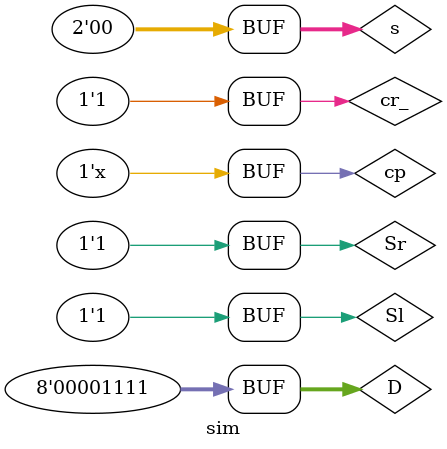
<source format=v>
`timescale 1ns / 1ps

module sim;
  reg cr_, cp;
  reg [1:0] s;
  reg Sr, Sl;
  reg  [7:0] D;
  wire [7:0] Q;
  sreg uut (
      cr_,
      cp,
      s,
      Sr,
      Sl,
      D,
      Q
  );
  initial begin
    cp  <= 0;
    cr_ <= 1;
    s   <= 2'b11;
    Sr  <= 1;
    Sl  <= 1;
    D   <= 8'b00001111;
    #100 s <= 2'b01;
    #100 s <= 2'b10;
    #100 s <= 2'b00;
    #100 cr_ = 0;
    #100 cr_ = 1;
  end
  always #25 cp = ~cp;
endmodule

</source>
